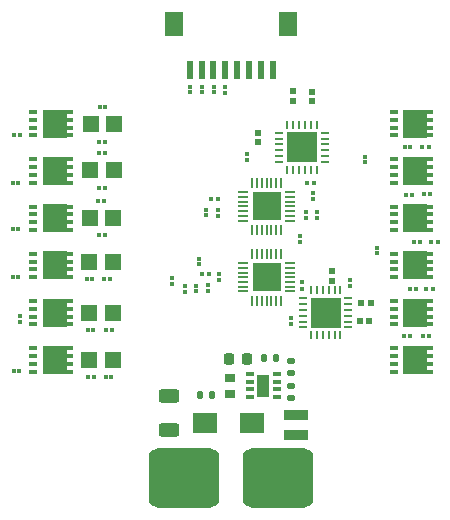
<source format=gbr>
%TF.GenerationSoftware,KiCad,Pcbnew,9.0.6*%
%TF.CreationDate,2025-12-26T21:42:16+01:00*%
%TF.ProjectId,esc,6573632e-6b69-4636-9164-5f7063625858,rev?*%
%TF.SameCoordinates,Original*%
%TF.FileFunction,Paste,Top*%
%TF.FilePolarity,Positive*%
%FSLAX46Y46*%
G04 Gerber Fmt 4.6, Leading zero omitted, Abs format (unit mm)*
G04 Created by KiCad (PCBNEW 9.0.6) date 2025-12-26 21:42:16*
%MOMM*%
%LPD*%
G01*
G04 APERTURE LIST*
G04 Aperture macros list*
%AMRoundRect*
0 Rectangle with rounded corners*
0 $1 Rounding radius*
0 $2 $3 $4 $5 $6 $7 $8 $9 X,Y pos of 4 corners*
0 Add a 4 corners polygon primitive as box body*
4,1,4,$2,$3,$4,$5,$6,$7,$8,$9,$2,$3,0*
0 Add four circle primitives for the rounded corners*
1,1,$1+$1,$2,$3*
1,1,$1+$1,$4,$5*
1,1,$1+$1,$6,$7*
1,1,$1+$1,$8,$9*
0 Add four rect primitives between the rounded corners*
20,1,$1+$1,$2,$3,$4,$5,0*
20,1,$1+$1,$4,$5,$6,$7,0*
20,1,$1+$1,$6,$7,$8,$9,0*
20,1,$1+$1,$8,$9,$2,$3,0*%
G04 Aperture macros list end*
%ADD10R,0.300000X0.320000*%
%ADD11R,0.280000X0.660000*%
%ADD12R,0.660000X0.280000*%
%ADD13R,2.550000X2.550000*%
%ADD14RoundRect,0.750000X-2.250000X-1.750000X2.250000X-1.750000X2.250000X1.750000X-2.250000X1.750000X0*%
%ADD15R,0.370000X0.320000*%
%ADD16R,0.320000X0.300000*%
%ADD17R,0.800000X0.400000*%
%ADD18R,2.100000X2.400000*%
%ADD19R,1.410000X1.350000*%
%ADD20RoundRect,0.140000X-0.170000X0.140000X-0.170000X-0.140000X0.170000X-0.140000X0.170000X0.140000X0*%
%ADD21R,0.600000X0.500000*%
%ADD22R,0.500000X0.600000*%
%ADD23R,0.200000X0.850000*%
%ADD24R,0.850000X0.200000*%
%ADD25R,2.400000X2.400000*%
%ADD26RoundRect,0.248889X-0.626111X0.311111X-0.626111X-0.311111X0.626111X-0.311111X0.626111X0.311111X0*%
%ADD27R,0.320000X0.370000*%
%ADD28R,2.000000X0.850000*%
%ADD29RoundRect,0.225000X-0.225000X-0.250000X0.225000X-0.250000X0.225000X0.250000X-0.225000X0.250000X0*%
%ADD30RoundRect,0.140000X-0.140000X-0.170000X0.140000X-0.170000X0.140000X0.170000X-0.140000X0.170000X0*%
%ADD31R,0.900000X0.800000*%
%ADD32R,0.650000X0.450000*%
%ADD33R,1.100000X1.900000*%
%ADD34R,2.000000X1.800000*%
%ADD35R,0.600000X1.550000*%
%ADD36R,1.500000X2.000000*%
G04 APERTURE END LIST*
D10*
%TO.C,R55*%
X143415000Y-99000000D03*
X142935000Y-99000000D03*
%TD*%
D11*
%TO.C,U17*%
X158950000Y-96410000D03*
X159450000Y-96410000D03*
X159950000Y-96410000D03*
X160450000Y-96410000D03*
X160950000Y-96410000D03*
X161450000Y-96410000D03*
D12*
X162110000Y-95750000D03*
X162110000Y-95250000D03*
X162110000Y-94750000D03*
X162110000Y-94250000D03*
X162110000Y-93750000D03*
X162110000Y-93250000D03*
D11*
X161450000Y-92590000D03*
X160950000Y-92590000D03*
X160450000Y-92590000D03*
X159950000Y-92590000D03*
X159450000Y-92590000D03*
X158950000Y-92590000D03*
D12*
X158290000Y-93250000D03*
X158290000Y-93750000D03*
X158290000Y-94250000D03*
X158290000Y-94750000D03*
X158290000Y-95250000D03*
X158290000Y-95750000D03*
D13*
X160200000Y-94500000D03*
%TD*%
D14*
%TO.C,GND*%
X150200000Y-122500000D03*
%TD*%
D15*
%TO.C,C34*%
X171670000Y-102525000D03*
X171130000Y-102525000D03*
%TD*%
%TO.C,C22*%
X153070000Y-98850000D03*
X152530000Y-98850000D03*
%TD*%
D16*
%TO.C,R38*%
X136325000Y-109290000D03*
X136325000Y-108810000D03*
%TD*%
D17*
%TO.C,Q2*%
X167950000Y-111520000D03*
X167950000Y-112180000D03*
X167950000Y-112830000D03*
X167950000Y-113480000D03*
X170950000Y-113480000D03*
X170950000Y-112830000D03*
X170950000Y-112170000D03*
X170950000Y-111520000D03*
D18*
X169800000Y-112500000D03*
%TD*%
D10*
%TO.C,R36*%
X143940000Y-105625000D03*
X143460000Y-105625000D03*
%TD*%
D15*
%TO.C,C8*%
X170945000Y-110500000D03*
X170405000Y-110500000D03*
%TD*%
%TO.C,C9*%
X171270000Y-106500000D03*
X170730000Y-106500000D03*
%TD*%
D19*
%TO.C,C12*%
X144175000Y-112500000D03*
X142175000Y-112500000D03*
%TD*%
D16*
%TO.C,R12*%
X150700000Y-89840000D03*
X150700000Y-89360000D03*
%TD*%
D17*
%TO.C,Q11*%
X137450000Y-103520000D03*
X137450000Y-104180000D03*
X137450000Y-104830000D03*
X137450000Y-105480000D03*
X140450000Y-105480000D03*
X140450000Y-104830000D03*
X140450000Y-104170000D03*
X140450000Y-103520000D03*
D18*
X139300000Y-104500000D03*
%TD*%
D20*
%TO.C,R89*%
X159300000Y-114700000D03*
X159300000Y-115700000D03*
%TD*%
D10*
%TO.C,R58*%
X136180000Y-101400000D03*
X135700000Y-101400000D03*
%TD*%
D16*
%TO.C,R75*%
X153700000Y-89865000D03*
X153700000Y-89385000D03*
%TD*%
D21*
%TO.C,D11*%
X159450000Y-90550000D03*
X159450000Y-89750000D03*
%TD*%
D16*
%TO.C,R71*%
X160500000Y-100010000D03*
X160500000Y-100490000D03*
%TD*%
%TO.C,R67*%
X166525000Y-102985000D03*
X166525000Y-103465000D03*
%TD*%
%TO.C,R70*%
X161125000Y-98385000D03*
X161125000Y-98865000D03*
%TD*%
D10*
%TO.C,R57*%
X143540000Y-91075000D03*
X143060000Y-91075000D03*
%TD*%
%TO.C,R42*%
X136190000Y-105475000D03*
X135710000Y-105475000D03*
%TD*%
D17*
%TO.C,Q17*%
X137450000Y-91520000D03*
X137450000Y-92180000D03*
X137450000Y-92830000D03*
X137450000Y-93480000D03*
X140450000Y-93480000D03*
X140450000Y-92830000D03*
X140450000Y-92170000D03*
X140450000Y-91520000D03*
D18*
X139300000Y-92500000D03*
%TD*%
D17*
%TO.C,Q4*%
X167950000Y-107520000D03*
X167950000Y-108180000D03*
X167950000Y-108830000D03*
X167950000Y-109480000D03*
X170950000Y-109480000D03*
X170950000Y-108830000D03*
X170950000Y-108170000D03*
X170950000Y-107520000D03*
D18*
X169800000Y-108500000D03*
%TD*%
D22*
%TO.C,D3*%
X165100000Y-109200000D03*
X165900000Y-109200000D03*
%TD*%
D19*
%TO.C,C19*%
X144300000Y-92550000D03*
X142300000Y-92550000D03*
%TD*%
D16*
%TO.C,R27*%
X151250000Y-106690000D03*
X151250000Y-106210000D03*
%TD*%
D21*
%TO.C,D1*%
X162700000Y-105800000D03*
X162700000Y-105000000D03*
%TD*%
D10*
%TO.C,R63*%
X136290000Y-93450000D03*
X135810000Y-93450000D03*
%TD*%
D21*
%TO.C,D10*%
X156450000Y-94050000D03*
X156450000Y-93250000D03*
%TD*%
D17*
%TO.C,Q6*%
X167950000Y-103520000D03*
X167950000Y-104180000D03*
X167950000Y-104830000D03*
X167950000Y-105480000D03*
X170950000Y-105480000D03*
X170950000Y-104830000D03*
X170950000Y-104170000D03*
X170950000Y-103520000D03*
D18*
X169800000Y-104500000D03*
%TD*%
D16*
%TO.C,R31*%
X151450000Y-104390000D03*
X151450000Y-103910000D03*
%TD*%
D15*
%TO.C,C13*%
X152295000Y-105250000D03*
X151755000Y-105250000D03*
%TD*%
D16*
%TO.C,R68*%
X165550000Y-95285000D03*
X165550000Y-95765000D03*
%TD*%
D10*
%TO.C,R2*%
X169315000Y-110500000D03*
X168835000Y-110500000D03*
%TD*%
D17*
%TO.C,Q9*%
X137450000Y-111520000D03*
X137450000Y-112180000D03*
X137450000Y-112830000D03*
X137450000Y-113480000D03*
X140450000Y-113480000D03*
X140450000Y-112830000D03*
X140450000Y-112170000D03*
X140450000Y-111520000D03*
D18*
X139300000Y-112500000D03*
%TD*%
D16*
%TO.C,R25*%
X152225000Y-106665000D03*
X152225000Y-106185000D03*
%TD*%
D15*
%TO.C,C35*%
X171025000Y-98475000D03*
X170485000Y-98475000D03*
%TD*%
D10*
%TO.C,R37*%
X136255000Y-113450000D03*
X135775000Y-113450000D03*
%TD*%
D23*
%TO.C,U16*%
X156000000Y-101500000D03*
X156400000Y-101500000D03*
X156800000Y-101500000D03*
X157200000Y-101500000D03*
X157600000Y-101500000D03*
X158000000Y-101500000D03*
X158400000Y-101500000D03*
D24*
X159200000Y-100700000D03*
X159200000Y-100300000D03*
X159200000Y-99900000D03*
X159200000Y-99500000D03*
X159200000Y-99100000D03*
X159200000Y-98700000D03*
X159200000Y-98300000D03*
D23*
X158400000Y-97500000D03*
X158000000Y-97500000D03*
X157600000Y-97500000D03*
X157200000Y-97500000D03*
X156800000Y-97500000D03*
X156400000Y-97500000D03*
X156000000Y-97500000D03*
D24*
X155200000Y-98300000D03*
X155200000Y-98700000D03*
X155200000Y-99100000D03*
X155200000Y-99500000D03*
X155200000Y-99900000D03*
X155200000Y-100300000D03*
X155200000Y-100700000D03*
D25*
X157200000Y-99500000D03*
%TD*%
D16*
%TO.C,R26*%
X150275000Y-106715000D03*
X150275000Y-106235000D03*
%TD*%
D19*
%TO.C,C10*%
X144175000Y-104175000D03*
X142175000Y-104175000D03*
%TD*%
D26*
%TO.C,R87*%
X148900000Y-115540000D03*
X148900000Y-118460000D03*
%TD*%
D17*
%TO.C,Q15*%
X137450000Y-99520000D03*
X137450000Y-100180000D03*
X137450000Y-100830000D03*
X137450000Y-101480000D03*
X140450000Y-101480000D03*
X140450000Y-100830000D03*
X140450000Y-100170000D03*
X140450000Y-99520000D03*
D18*
X139300000Y-100500000D03*
%TD*%
D15*
%TO.C,C36*%
X170920000Y-94500000D03*
X170380000Y-94500000D03*
%TD*%
D17*
%TO.C,Q20*%
X167950000Y-95520000D03*
X167950000Y-96180000D03*
X167950000Y-96830000D03*
X167950000Y-97480000D03*
X170950000Y-97480000D03*
X170950000Y-96830000D03*
X170950000Y-96170000D03*
X170950000Y-95520000D03*
D18*
X169800000Y-96500000D03*
%TD*%
D15*
%TO.C,C32*%
X160650000Y-97475000D03*
X161190000Y-97475000D03*
%TD*%
D14*
%TO.C,VBAT*%
X158200000Y-122500000D03*
%TD*%
D16*
%TO.C,R72*%
X160000000Y-102500000D03*
X160000000Y-102020000D03*
%TD*%
%TO.C,R28*%
X149175000Y-105560000D03*
X149175000Y-106040000D03*
%TD*%
D10*
%TO.C,R60*%
X143010000Y-101900000D03*
X143490000Y-101900000D03*
%TD*%
D19*
%TO.C,C21*%
X144225000Y-100450000D03*
X142225000Y-100450000D03*
%TD*%
D27*
%TO.C,C33*%
X155500000Y-95055000D03*
X155500000Y-95595000D03*
%TD*%
D17*
%TO.C,Q22*%
X167950000Y-99520000D03*
X167950000Y-100180000D03*
X167950000Y-100830000D03*
X167950000Y-101480000D03*
X170950000Y-101480000D03*
X170950000Y-100830000D03*
X170950000Y-100170000D03*
X170950000Y-99520000D03*
D18*
X169800000Y-100500000D03*
%TD*%
D27*
%TO.C,C7*%
X164300000Y-105730000D03*
X164300000Y-106270000D03*
%TD*%
D12*
%TO.C,U4*%
X160290000Y-107250000D03*
X160290000Y-107750000D03*
X160290000Y-108250000D03*
X160290000Y-108750000D03*
X160290000Y-109250000D03*
X160290000Y-109750000D03*
D11*
X160950000Y-110410000D03*
X161450000Y-110410000D03*
X161950000Y-110410000D03*
X162450000Y-110410000D03*
X162950000Y-110410000D03*
X163450000Y-110410000D03*
D12*
X164110000Y-109750000D03*
X164110000Y-109250000D03*
X164110000Y-108750000D03*
X164110000Y-108250000D03*
X164110000Y-107750000D03*
X164110000Y-107250000D03*
D11*
X163450000Y-106590000D03*
X162950000Y-106590000D03*
X162450000Y-106590000D03*
X161950000Y-106590000D03*
X161450000Y-106590000D03*
X160950000Y-106590000D03*
D13*
X162200000Y-108500000D03*
%TD*%
D10*
%TO.C,R62*%
X143020000Y-94025000D03*
X143500000Y-94025000D03*
%TD*%
D22*
%TO.C,D2*%
X165200000Y-107700000D03*
X166000000Y-107700000D03*
%TD*%
D16*
%TO.C,R32*%
X153175000Y-105690000D03*
X153175000Y-105210000D03*
%TD*%
D10*
%TO.C,R61*%
X143035000Y-94975000D03*
X143515000Y-94975000D03*
%TD*%
%TO.C,R35*%
X144090000Y-109975000D03*
X143610000Y-109975000D03*
%TD*%
D28*
%TO.C,L1*%
X159700000Y-118830000D03*
X159700000Y-117170000D03*
%TD*%
D21*
%TO.C,D12*%
X161050000Y-90575000D03*
X161050000Y-89775000D03*
%TD*%
D29*
%TO.C,C51*%
X154020000Y-112400000D03*
X155580000Y-112400000D03*
%TD*%
D30*
%TO.C,C49*%
X151600000Y-115500000D03*
X152600000Y-115500000D03*
%TD*%
D20*
%TO.C,R90*%
X159300000Y-112600000D03*
X159300000Y-113600000D03*
%TD*%
D10*
%TO.C,R56*%
X143490000Y-97900000D03*
X143010000Y-97900000D03*
%TD*%
%TO.C,R41*%
X141960000Y-105625000D03*
X142440000Y-105625000D03*
%TD*%
%TO.C,R65*%
X169515000Y-98525000D03*
X169035000Y-98525000D03*
%TD*%
D31*
%TO.C,C52*%
X154100000Y-115400000D03*
X154100000Y-114000000D03*
%TD*%
D16*
%TO.C,R53*%
X153100000Y-99795000D03*
X153100000Y-100275000D03*
%TD*%
%TO.C,R52*%
X152075000Y-99785000D03*
X152075000Y-100265000D03*
%TD*%
D30*
%TO.C,C53*%
X157000000Y-112300000D03*
X158000000Y-112300000D03*
%TD*%
D27*
%TO.C,C6*%
X160200000Y-105930000D03*
X160200000Y-106470000D03*
%TD*%
%TO.C,C5*%
X159300000Y-108930000D03*
X159300000Y-109470000D03*
%TD*%
D10*
%TO.C,R39*%
X142095000Y-113950000D03*
X142575000Y-113950000D03*
%TD*%
%TO.C,R64*%
X169375000Y-94500000D03*
X168895000Y-94500000D03*
%TD*%
%TO.C,R66*%
X170165000Y-102525000D03*
X169685000Y-102525000D03*
%TD*%
D19*
%TO.C,C11*%
X144175000Y-108525000D03*
X142175000Y-108525000D03*
%TD*%
D17*
%TO.C,Q24*%
X167950000Y-91520000D03*
X167950000Y-92180000D03*
X167950000Y-92830000D03*
X167950000Y-93480000D03*
X170950000Y-93480000D03*
X170950000Y-92830000D03*
X170950000Y-92170000D03*
X170950000Y-91520000D03*
D18*
X169800000Y-92500000D03*
%TD*%
D32*
%TO.C,U22*%
X155800000Y-113700000D03*
X155800000Y-114350000D03*
X155800000Y-114990000D03*
X155800000Y-115640000D03*
X158060000Y-115640000D03*
X158060000Y-114990000D03*
X158060000Y-114350000D03*
X158060000Y-113700000D03*
D33*
X156930000Y-114670000D03*
%TD*%
D34*
%TO.C,D17*%
X156000000Y-117800000D03*
X152000000Y-117800000D03*
%TD*%
D24*
%TO.C,U3*%
X155200000Y-104300000D03*
X155200000Y-104700000D03*
X155200000Y-105100000D03*
X155200000Y-105500000D03*
X155200000Y-105900000D03*
X155200000Y-106300000D03*
X155200000Y-106700000D03*
D23*
X156000000Y-107500000D03*
X156400000Y-107500000D03*
X156800000Y-107500000D03*
X157200000Y-107500000D03*
X157600000Y-107500000D03*
X158000000Y-107500000D03*
X158400000Y-107500000D03*
D24*
X159200000Y-106700000D03*
X159200000Y-106300000D03*
X159200000Y-105900000D03*
X159200000Y-105500000D03*
X159200000Y-105100000D03*
X159200000Y-104700000D03*
X159200000Y-104300000D03*
D23*
X158400000Y-103500000D03*
X158000000Y-103500000D03*
X157600000Y-103500000D03*
X157200000Y-103500000D03*
X156800000Y-103500000D03*
X156400000Y-103500000D03*
X156000000Y-103500000D03*
D25*
X157200000Y-105500000D03*
%TD*%
D16*
%TO.C,R54*%
X152725000Y-89840000D03*
X152725000Y-89360000D03*
%TD*%
D17*
%TO.C,Q13*%
X137450000Y-95520000D03*
X137450000Y-96180000D03*
X137450000Y-96830000D03*
X137450000Y-97480000D03*
X140450000Y-97480000D03*
X140450000Y-96830000D03*
X140450000Y-96170000D03*
X140450000Y-95520000D03*
D18*
X139300000Y-96500000D03*
%TD*%
D10*
%TO.C,R59*%
X136165000Y-97475000D03*
X135685000Y-97475000D03*
%TD*%
%TO.C,R34*%
X144040000Y-113950000D03*
X143560000Y-113950000D03*
%TD*%
D35*
%TO.C,P1*%
X157700000Y-87940000D03*
X156700000Y-87940000D03*
X155700000Y-87940000D03*
X154700000Y-87940000D03*
X153700000Y-87940000D03*
X152700000Y-87940000D03*
X151700000Y-87940000D03*
X150700000Y-87940000D03*
D36*
X149400000Y-84060000D03*
X159000000Y-84060000D03*
%TD*%
D19*
%TO.C,C20*%
X144275000Y-96450000D03*
X142275000Y-96450000D03*
%TD*%
D16*
%TO.C,R69*%
X161475000Y-100010000D03*
X161475000Y-100490000D03*
%TD*%
D10*
%TO.C,R40*%
X142060000Y-109975000D03*
X142540000Y-109975000D03*
%TD*%
D16*
%TO.C,R33*%
X151700000Y-89840000D03*
X151700000Y-89360000D03*
%TD*%
D10*
%TO.C,R1*%
X169840000Y-106500000D03*
X169360000Y-106500000D03*
%TD*%
D17*
%TO.C,Q7*%
X137450000Y-107520000D03*
X137450000Y-108180000D03*
X137450000Y-108830000D03*
X137450000Y-109480000D03*
X140450000Y-109480000D03*
X140450000Y-108830000D03*
X140450000Y-108170000D03*
X140450000Y-107520000D03*
D18*
X139300000Y-108500000D03*
%TD*%
M02*

</source>
